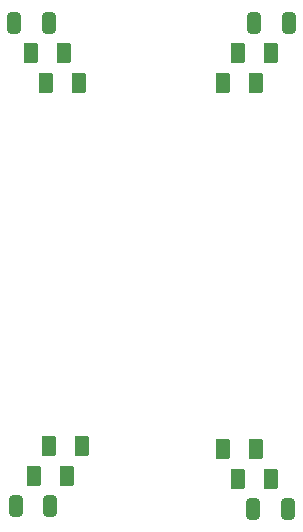
<source format=gbr>
G04 #@! TF.GenerationSoftware,KiCad,Pcbnew,6.0.2+dfsg-1*
G04 #@! TF.CreationDate,2022-06-20T22:27:53-04:00*
G04 #@! TF.ProjectId,RPI4_USB_WigleBottle_v2,52504934-5f55-4534-925f-5769676c6542,rev?*
G04 #@! TF.SameCoordinates,Original*
G04 #@! TF.FileFunction,Paste,Top*
G04 #@! TF.FilePolarity,Positive*
%FSLAX46Y46*%
G04 Gerber Fmt 4.6, Leading zero omitted, Abs format (unit mm)*
G04 Created by KiCad (PCBNEW 6.0.2+dfsg-1) date 2022-06-20 22:27:53*
%MOMM*%
%LPD*%
G01*
G04 APERTURE LIST*
G04 Aperture macros list*
%AMRoundRect*
0 Rectangle with rounded corners*
0 $1 Rounding radius*
0 $2 $3 $4 $5 $6 $7 $8 $9 X,Y pos of 4 corners*
0 Add a 4 corners polygon primitive as box body*
4,1,4,$2,$3,$4,$5,$6,$7,$8,$9,$2,$3,0*
0 Add four circle primitives for the rounded corners*
1,1,$1+$1,$2,$3*
1,1,$1+$1,$4,$5*
1,1,$1+$1,$6,$7*
1,1,$1+$1,$8,$9*
0 Add four rect primitives between the rounded corners*
20,1,$1+$1,$2,$3,$4,$5,0*
20,1,$1+$1,$4,$5,$6,$7,0*
20,1,$1+$1,$6,$7,$8,$9,0*
20,1,$1+$1,$8,$9,$2,$3,0*%
G04 Aperture macros list end*
%ADD10RoundRect,0.250000X0.375000X0.625000X-0.375000X0.625000X-0.375000X-0.625000X0.375000X-0.625000X0*%
%ADD11RoundRect,0.250000X-0.375000X-0.625000X0.375000X-0.625000X0.375000X0.625000X-0.375000X0.625000X0*%
%ADD12RoundRect,0.250000X-0.325000X-0.650000X0.325000X-0.650000X0.325000X0.650000X-0.325000X0.650000X0*%
%ADD13RoundRect,0.250000X0.325000X0.650000X-0.325000X0.650000X-0.325000X-0.650000X0.325000X-0.650000X0*%
G04 APERTURE END LIST*
D10*
X73660000Y-81026000D03*
X70860000Y-81026000D03*
X73914000Y-116840000D03*
X71114000Y-116840000D03*
D11*
X88386000Y-81026000D03*
X91186000Y-81026000D03*
X88392000Y-117094000D03*
X91192000Y-117094000D03*
D10*
X74930000Y-83566000D03*
X72130000Y-83566000D03*
X75184000Y-114300000D03*
X72384000Y-114300000D03*
D11*
X87116000Y-83566000D03*
X89916000Y-83566000D03*
X87122000Y-114554000D03*
X89922000Y-114554000D03*
D12*
X69440000Y-78486000D03*
X72390000Y-78486000D03*
X69567000Y-119380000D03*
X72517000Y-119380000D03*
D13*
X92710000Y-78486000D03*
X89760000Y-78486000D03*
X92612000Y-119634000D03*
X89662000Y-119634000D03*
M02*

</source>
